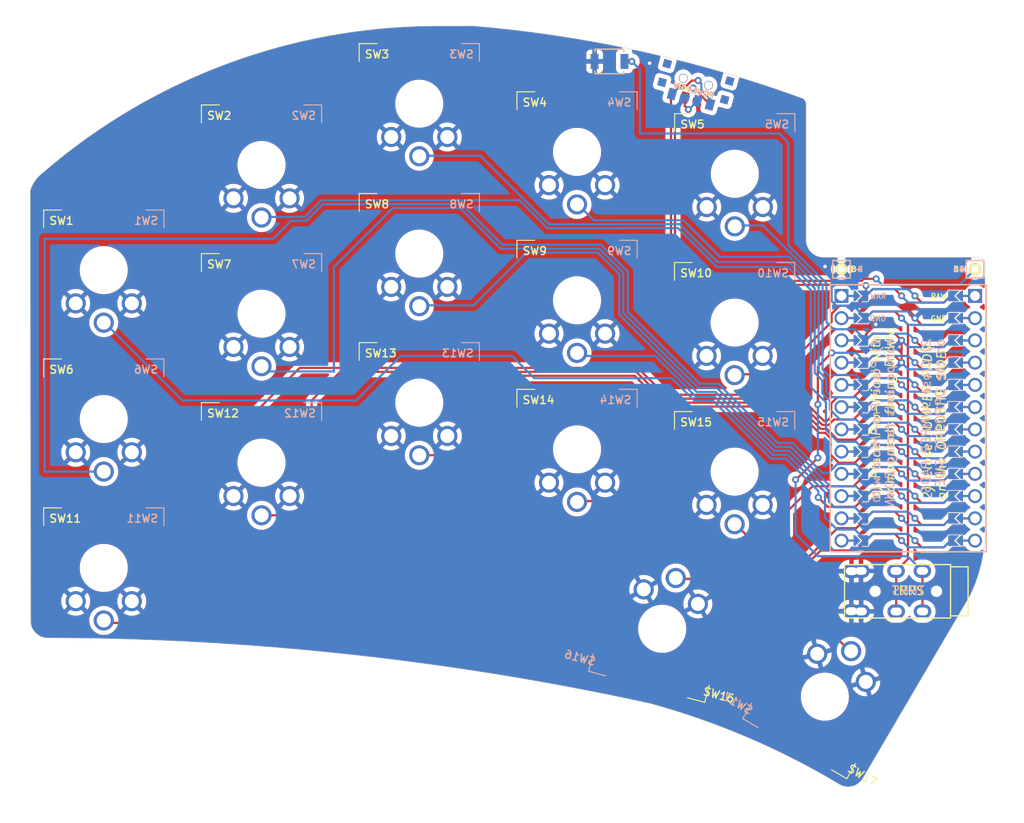
<source format=kicad_pcb>
(kicad_pcb (version 20221018) (generator pcbnew)
  (layers (0 "F.Cu" signal) (31 "B.Cu" signal) (34 "B.Paste" user) (35 "F.Paste" user) (36 "B.SilkS" user "B.Silkscreen") (37 "F.SilkS" user "F.Silkscreen") (38 "B.Mask" user) (39 "F.Mask" user) (44 "Edge.Cuts" user))
  (net 0 "")
  (net 1 "gnd")
  (net 2 "vcc")
  (net 3 "Switch18")
  (net 4 "reset")
  (net 5 "Switch1")
  (net 6 "Switch2")
  (net 7 "Switch3")
  (net 8 "Switch4")
  (net 9 "Switch5")
  (net 10 "Switch6")
  (net 11 "Switch7")
  (net 12 "Switch8")
  (net 13 "Switch9")
  (net 14 "Switch10")
  (net 15 "Switch11")
  (net 16 "Switch12")
  (net 17 "Switch13")
  (net 18 "Switch14")
  (net 19 "Switch15")
  (net 20 "Switch16")
  (net 21 "Switch17")
  (net 22 "raw")
  (net 23 "BT+_r")
  (net 24 "Net-(SW_POWERR1-Pad1)")
  (footprint "kbd:1pin_conn" (layer "F.Cu") (at 126.492 45.974)
    (fp_text reference "B+")
    (fp_text value "MountingHole_Pad" hide)
  )
  (footprint "kbd:1pin_conn" (layer "F.Cu") (at 111.252 45.974)
    (fp_text reference "B-")
    (fp_text value "MountingHole_Pad" hide)
  )
  (footprint "Kailh:TRRS-PJ-DPB2" (layer "F.Cu") (at 123.698 82.75 -90)
    (fp_text reference "J2")
    (fp_text value "AudioJack4dpb" hide)
  )
  (footprint "library:SW_PG1350_rev_DPB" (layer "F.Cu") (at 27.08 46.08)
    (fp_text reference "SW1" hide)
    (fp_text value "SW_Push" hide)
  )
  (footprint "library:SW_PG1350_rev_DPB" (layer "F.Cu") (at 45.08 34.08)
    (fp_text reference "SW2" hide)
    (fp_text value "SW_Push" hide)
  )
  (footprint "library:SW_PG1350_rev_DPB" (layer "F.Cu") (at 63.08 27.08)
    (fp_text reference "SW3" hide)
    (fp_text value "SW_Push" hide)
  )
  (footprint "library:SW_PG1350_rev_DPB" (layer "F.Cu") (at 81.08 32.58)
    (fp_text reference "SW4" hide)
    (fp_text value "SW_Push" hide)
  )
  (footprint "library:SW_PG1350_rev_DPB" (layer "F.Cu") (at 99.08 35.08)
    (fp_text reference "SW5" hide)
    (fp_text value "SW_Push" hide)
  )
  (footprint "library:SW_PG1350_rev_DPB" (layer "F.Cu") (at 27.08 63.08)
    (fp_text reference "SW6" hide)
    (fp_text value "SW_Push" hide)
  )
  (footprint "library:SW_PG1350_rev_DPB" (layer "F.Cu") (at 45.08 51.054)
    (fp_text reference "SW7" hide)
    (fp_text value "SW_Push" hide)
  )
  (footprint "library:SW_PG1350_rev_DPB" (layer "F.Cu") (at 63.08 44.196)
    (fp_text reference "SW8" hide)
    (fp_text value "SW_Push" hide)
  )
  (footprint "library:SW_PG1350_rev_DPB" (layer "F.Cu") (at 81.08 49.53)
    (fp_text reference "SW9" hide)
    (fp_text value "SW_Push" hide)
  )
  (footprint "library:SW_PG1350_rev_DPB" (layer "F.Cu") (at 99.06 52.07)
    (fp_text reference "SW10" hide)
    (fp_text value "SW_Push" hide)
  )
  (footprint "library:SW_PG1350_rev_DPB" (layer "F.Cu") (at 27.08 80.08)
    (fp_text reference "SW11" hide)
    (fp_text value "SW_Push" hide)
  )
  (footprint "library:SW_PG1350_rev_DPB" (layer "F.Cu") (at 45.08 68.072)
    (fp_text reference "SW12" hide)
    (fp_text value "SW_Push" hide)
  )
  (footprint "library:SW_PG1350_rev_DPB" (layer "F.Cu") (at 63.08 61.214)
    (fp_text reference "SW13" hide)
    (fp_text value "SW_Push" hide)
  )
  (footprint "library:SW_PG1350_rev_DPB" (layer "F.Cu") (at 81.08 66.548)
    (fp_text reference "SW14" hide)
    (fp_text value "SW_Push" hide)
  )
  (footprint "library:SW_PG1350_rev_DPB" (layer "F.Cu") (at 99.06 69.088)
    (fp_text reference "SW15" hide)
    (fp_text value "SW_Push" hide)
  )
  (footprint "library:SW_PG1350_rev_DPB" (layer "F.Cu") (at 109.356 94.78 150)
    (fp_text reference "SW17" hide)
    (fp_text value "SW_Push" hide)
  )
  (footprint "library:SW_PG1350_rev_DPB" (layer "F.Cu") (at 90.796 87.03 165)
    (fp_text reference "SW16" hide)
    (fp_text value "SW_Push" hide)
  )
  (footprint "* duckyb-collection:ProMicro_jumpers_facedown" (layer "F.Cu") (at 118.872 62.992 -90)
    (fp_text reference "U1" hide)
    (fp_text value "ProMicro-kbd" hide)
  )
  (footprint "Kailh:SPDT_C128955" (layer "F.Cu") (at 94.6404 24.570573 -15.5)
    (fp_text reference "POWER SW")
    (fp_text value "SW_SPDT")
  )
  (footprint "* duckyb-collection:Tactile-Switch_SMT" (layer "F.Cu") (at 84.7852 22.2504)
    (fp_text reference "RSW2" hide)
    (fp_text value "SW_Push")
  )
  (gr_arc (start 126.885 44.612) (mid 127.41533 44.83167) (end 127.635 45.362) (stroke (width 0.05)) (layer "Edge.Cuts"))
  (gr_line (start 18.690055 36.976702) (end 18.730254 86.245024) (stroke (width 0.05)) (layer "Edge.Cuts"))
  (gr_arc (start 106.78729 26.456889) (mid 107.104079 26.733645) (end 107.222045 27.137419) (stroke (width 0.05)) (layer "Edge.Cuts"))
  (gr_arc (start 89.409134 95.561946) (mid 100.486488 99.421597) (end 110.938 104.748) (stroke (width 0.05)) (layer "Edge.Cuts"))
  (gr_arc (start 18.690055 36.976702) (mid 19.246929 35.858882) (end 20.117 34.963) (stroke (width 0.05)) (layer "Edge.Cuts"))
  (gr_arc (start 109.257002 44.614917) (mid 107.844534 44.065716) (end 107.222001 42.683999) (stroke (width 0.05)) (layer "Edge.Cuts"))
  (gr_arc (start 69.291777 18.200679) (mid 88.315879 21.073764) (end 106.78729 26.456889) (stroke (width 0.05)) (layer "Edge.Cuts"))
  (gr_arc (start 113.67 104.149265) (mid 112.428995 105.01898) (end 110.938 104.748) (stroke (width 0.05)) (layer "Edge.Cuts"))
  (gr_arc (start 20.768 88.081119) (mid 55.288442 89.987554) (end 89.409134 95.561946) (stroke (width 0.05)) (layer "Edge.Cuts"))
  (gr_arc (start 20.768 88.081119) (mid 19.380573 87.572102) (end 18.730254 86.245024) (stroke (width 0.05)) (layer "Edge.Cuts"))
  (gr_line (start 127.635 45.362) (end 127.635 62.484) (stroke (width 0.05)) (layer "Edge.Cuts"))
  (gr_line (start 107.222001 42.683999) (end 107.222045 27.137419) (stroke (width 0.05)) (layer "Edge.Cuts"))
  (gr_line (start 109.257002 44.614917) (end 126.885 44.612) (stroke (width 0.05)) (layer "Edge.Cuts"))
  (gr_arc (start 20.117 34.963) (mid 41.093524 22.531455) (end 65.090389 18.206139) (stroke (width 0.05)) (layer "Edge.Cuts"))
  (gr_line (start 125.888304 83.312) (end 113.67 104.149265) (stroke (width 0.05)) (layer "Edge.Cuts"))
  (gr_arc (start 127.635 75.98785) (mid 127.177913 79.749197) (end 125.888304 83.312) (stroke (width 0.05)) (layer "Edge.Cuts"))
  (gr_line (start 69.291777 18.200679) (end 65.090389 18.206139) (stroke (width 0.05)) (layer "Edge.Cuts"))
  (gr_line (start 127.635 62.484) (end 127.647 69.85) (stroke (width 0.05)) (layer "Edge.Cuts"))
  (gr_line (start 127.647 69.85) (end 127.635 75.98785) (stroke (width 0.05)) (layer "Edge.Cuts"))
  (gr_text "RAW" (at 116.40097 49.0728) (layer "B.SilkS") (effects (font (size 0.6 0.6) (thickness 0.12)) (justify left mirror)))
  (gr_text "B-" (at 113.03 45.974) (layer "B.SilkS") (effects (font (size 0.6 0.6)) (justify mirror)))
  (gr_text "2) Close JUMPER PADS\non the OPPOSITE SIDE" (at 121.7168 53.7464 90) (layer "B.SilkS") (effects (font (size 1 1) (thickness 0.15) italic) (justify left mirror)))
  (gr_text "GND" (at 116.40097 51.6128) (layer "B.SilkS") (effects (font (size 0.6 0.6) (thickness 0.12)) (justify left mirror)))
  (gr_text "1) Place Pro-Micro with\ncomponents facing DOWN" (at 115.9764 53.7464 90) (layer "B.SilkS") (effects (font (size 1 1) (thickness 0.15) italic) (justify left mirror)))
  (gr_text "B+" (at 124.587 45.974) (layer "B.SilkS") (effects (font (size 0.6 0.6)) (justify mirror)))
  (gr_text "1) Place Pro-Micro with\ncomponents facing DOWN" (at 115.9764 72.4408 90) (layer "F.SilkS") (effects (font (size 1 1) (thickness 0.15) italic) (justify left)))
  (gr_text "GND" (at 121.3612 51.6128) (layer "F.SilkS") (effects (font (size 0.6 0.6) (thickness 0.12)) (justify left)))
  (gr_text "2) Close JUMPER PADS\non the OPPOSITE SIDE" (at 121.8692 72.4408 90) (layer "F.SilkS") (effects (font (size 1 1) (thickness 0.15) italic) (justify left)))
  (gr_text "TRRS" (at 118.872 82.677) (layer "F.SilkS") (effects (font (size 1 1))))
  (gr_text "RAW" (at 121.3612 49.0728) (layer "F.SilkS") (effects (font (size 0.6 0.6) (thickness 0.12)) (justify left)))
  (segment (start 114.046 53.3908) (end 115.1636 52.2732) (width 0.25) (layer "F.Cu") (net 1))
  (segment (start 118.11 56.642) (end 118.11 54.102) (width 0.25) (layer "F.Cu") (net 1))
  (segment (start 114.046 54.102) (end 114.046 53.3908) (width 0.25) (layer "F.Cu") (net 1))
  (via (at 115.1636 52.2732) (size 0.8) (drill 0.4) (layers "F.Cu" "B.Cu") (net 1))
  (via (at 109.3724 45.6692) (size 0.8) (drill 0.4) (layers "F.Cu" "B.Cu") (net 1))
  (via (at 89.3572 22.4536) (size 0.8) (drill 0.4) (layers "F.Cu" "B.Cu") (net 1))
  (segment (start 112.630511 50.146511) (end 110.661711 50.146511) (width 0.25) (layer "B.Cu") (net 1))
  (segment (start 110.127489 47.098511) (end 111.252 45.974) (width 0.25) (layer "B.Cu") (net 1))
  (segment (start 114.7572 52.2732) (end 114.046 51.562) (width 0.25) (layer "B.Cu") (net 1))
  (segment (start 110.661711 50.146511) (end 110.127489 49.612289) (width 0.25) (layer "B.Cu") (net 1))
  (segment (start 114.046 51.562) (end 112.630511 50.146511) (width 0.25) (layer "B.Cu") (net 1))
  (segment (start 115.1636 52.2732) (end 114.7572 52.2732) (width 0.25) (layer "B.Cu") (net 1))
  (segment (start 110.127489 49.612289) (end 110.127489 47.098511) (width 0.25) (layer "B.Cu") (net 1))
  (segment (start 120.498 85.05) (end 120.498 80.44) (width 0.25) (layer "F.Cu") (net 2))
  (segment (start 108.5596 57.0992) (end 108.5596 61.4172) (width 0.25) (layer "F.Cu") (net 2))
  (segment (start 106.0196 70.0024) (end 106.0704 70.0024) (width 0.25) (layer "F.Cu") (net 2))
  (segment (start 106.0704 70.0024) (end 108.5596 67.5132) (width 0.25) (layer "F.Cu") (net 2))
  (segment (start 120.498 80.44) (end 120.478 80.42) (width 0.25) (layer "F.Cu") (net 2))
  (segment (start 110.1344 55.5244) (end 108.5596 57.0992) (width 0.25) (layer "F.Cu") (net 2))
  (via (at 106.0196 70.0024) (size 0.8) (drill 0.4) (layers "F.Cu" "B.Cu") (net 2))
  (via (at 110.1344 55.5244) (size 0.8) (drill 0.4) (layers "F.Cu" "B.Cu") (net 2))
  (via (at 108.5596 67.5132) (size 0.8) (drill 0.4) (layers "F.Cu" "B.Cu") (net 2))
  (via (at 108.5596 61.4172) (size 0.8) (drill 0.4) (layers "F.Cu" "B.Cu") (net 2))
  (segment (start 108.5596 67.5132) (end 108.5596 61.4172) (width 0.25) (layer "B.Cu") (net 2))
  (segment (start 106.0196 70.0024) (end 106.0196 76.2) (width 0.25) (layer "B.Cu") (net 2))
  (segment (start 106.0196 76.2) (end 108.5596 78.74) (width 0.25) (layer "B.Cu") (net 2))
  (segment (start 110.141311 55.517489) (end 112.921489 55.517489) (width 0.25) (layer "B.Cu") (net 2))
  (segment (start 112.921489 55.517489) (end 114.046 56.642) (width 0.25) (layer "B.Cu") (net 2))
  (segment (start 110.1344 55.5244) (end 110.141311 55.517489) (width 0.25) (layer "B.Cu") (net 2))
  (segment (start 108.5596 78.74) (end 118.798 78.74) (width 0.25) (layer "B.Cu") (net 2))
  (segment (start 118.798 78.74) (end 120.478 80.42) (width 0.25) (layer "B.Cu") (net 2))
  (segment (start 118.11 51.562) (end 118.834511 52.286511) (width 0.25) (layer "F.Cu") (net 3))
  (segment (start 118.834511 52.286511) (end 118.834511 79.063489) (width 0.25) (layer "F.Cu") (net 3))
  (segment (start 117.498 80.44) (end 117.478 80.42) (width 0.25) (layer "F.Cu") (net 3))
  (segment (start 118.834511 79.063489) (end 117.478 80.42) (width 0.25) (layer "F.Cu") (net 3))
  (segment (start 117.498 85.05) (end 117.498 80.44) (width 0.25) (layer "F.Cu") (net 3))
  (segment (start 87.3252 22.2504) (end 86.4852 22.2504) (width 0.25) (layer "F.Cu") (net 4))
  (via (at 87.3252 22.2504) (size 0.8) (drill 0.4) (layers "F.Cu" "B.Cu") (net 4))
  (segment (start 109.54488 52.03928) (end 110.3376 52.832) (width 0.25) (layer "B.Cu") (net 4))
  (segment (start 86.4852 22.2504) (end 87.3252 22.2504) (width 0.25) (layer "B.Cu") (net 4))
  (segment (start 110.3376 52.832) (end 112.776 52.832) (width 0.25) (layer "B.Cu") (net 4))
  (segment (start 87.3252 22.2504) (end 88.263753 23.188953) (width 0.25) (layer "B.Cu") (net 4))
  (segment (start 112.776 52.832) (end 114.046 54.102) (width 0.25) (layer "B.Cu") (net 4))
  (segment (start 88.263753 23.188953) (end 88.263753 30.48) (width 0.25) (layer "B.Cu") (net 4))
  (segment (start 88.263753 30.48) (end 104.14 30.48) (width 0.25) (layer "B.Cu") (net 4))
  (segment (start 105.180403 43.229089) (end 109.54488 47.593566) (width 0.25) (layer "B.Cu") (net 4))
  (segment (start 104.14 30.48) (end 105.180403 31.520403) (width 0.25) (layer "B.Cu") (net 4))
  (segment (start 109.54488 47.593566) (end 109.54488 52.03928) (width 0.25) (layer "B.Cu") (net 4))
  (segment (start 105.180403 31.520403) (end 105.180403 43.229089) (width 0.25) (layer "B.Cu") (net 4))
  (segment (start 108.6104 72.0344) (end 109.6772 73.1012) (width 0.25) (layer "F.Cu") (net 5))
  (segment (start 112.8268 73.1012) (end 114.046 71.882) (width 0.25) (layer "F.Cu") (net 5))
  (segment (start 109.6772 73.1012) (end 112.8268 73.1012) (width 0.25) (layer "F.Cu") (net 5))
  (via (at 108.6104 72.0344) (size 0.8) (drill 0.4) (layers "F.Cu" "B.Cu") (net 5))
  (segment (start 96.5708 60.96) (end 94.4372 60.96) (width 0.25) (layer "B.Cu") (net 5))
  (segment (start 73.66 55.88) (end 60.96 55.88) (width 0.25) (layer "B.Cu") (net 5))
  (segment (start 94.4372 60.96) (end 91.8972 58.42) (width 0.25) (layer "B.Cu") (net 5))
  (segment (start 55.88 60.96) (end 36.06 60.96) (width 0.25) (layer "B.Cu") (net 5))
  (segment (start 60.96 55.88) (end 55.88 60.96) (width 0.25) (layer "B.Cu") (net 5))
  (segment (start 108.6104 71.299954) (end 104.925246 67.6148) (width 0.25) (layer "B.Cu") (net 5))
  (segment (start 108.6104 72.0344) (end 108.6104 71.299954) (width 0.25) (layer "B.Cu") (net 5))
  (segment (start 103.2256 67.6148) (end 96.5708 60.96) (width 0.25) (layer "B.Cu") (net 5))
  (segment (start 36.06 60.96) (end 27.08 51.98) (width 0.25) (layer "B.Cu") (net 5))
  (segment (start 76.2 58.42) (end 73.66 55.88) (width 0.25) (layer "B.Cu") (net 5))
  (segment (start 91.8972 58.42) (end 76.2 58.42) (width 0.25) (layer "B.Cu") (net 5))
  (segment (start 104.925246 67.6148) (end 103.2256 67.6148) (width 0.25) (layer "B.Cu") (net 5))
  (segment (start 109.48168 61.172316) (end 109.48168 64.32048) (width 0.25) (layer "B.Cu") (net 6))
  (segment (start 105.127768 45.72) (end 107.7468 48.339032) (width 0.25) (layer "B.Cu") (net 6))
  (segment (start 86.109397 41.2932) (end 86.116597 41.286) (width 0.25) (layer "B.Cu") (net 6))
  (segment (start 45.103111 40.003111) (end 50.003445 40.003111) (width 0.25) (layer "B.Cu") (net 6))
  (segment (start 86.116597 41.286) (end 92.602645 41.286) (width 0.25) (layer "B.Cu") (net 6))
  (segment (start 50.003445 40.003111) (end 51.906556 38.1) (width 0.25) (layer "B.Cu") (net 6))
  (segment (start 112.921489 65.677489) (end 114.046 66.802) (width 0.25) (layer "B.Cu") (net 6))
  (segment (start 110.838689 65.677489) (end 112.921489 65.677489) (width 0.25) (layer "B.Cu") (net 6))
  (segment (start 77.690004 41.2932) (end 86.109397 41.2932) (width 0.25) (layer "B.Cu") (net 6))
  (segment (start 97.036645 45.72) (end 105.127768 45.72) (width 0.25) (layer "B.Cu") (net 6))
  (segment (start 107.7468 59.437436) (end 109.48168 61.172316) (width 0.25) (layer "B.Cu") (net 6))
  (segment (start 51.906556 38.1) (end 74.496804 38.1) (width 0.25) (layer "B.Cu") (net 6))
  (segment (start 109.48168 64.32048) (end 110.838689 65.677489) (width 0.25) (layer "B.Cu") (net 6))
  (segment (start 107.7468 48.339032) (end 107.7468 59.437436) (width 0.25) (layer "B.Cu") (net 6))
  (segment (start 92.602645 41.286) (end 97.036645 45.72) (width 0.25) (layer "B.Cu") (net 6))
  (segment (start 45.08 39.98) (end 45.103111 40.003111) (width 0.25) (layer "B.Cu") (net 6))
  (segment (start 74.496804 38.1) (end 77.690004 41.2932) (width 0.25) (layer "B.Cu") (net 6))
  (segment (start 105.194029 45.149865) (end 108.19632 48.152156) (width 0.25) (layer "B.Cu") (net 7))
  (segment (start 109.07528 60.130198) (end 109.9312 60.986118) (width 0.25) (layer "B.Cu") (net 7))
  (segment (start 63.12 33.02) (end 70.0532 33.02) (width 0.25) (layer "B.Cu") (net 7))
  (segment (start 70.0532 33.02) (end 77.8764 40.8432) (width 0.25) (layer "B.Cu") (net 7))
  (segment (start 108.19632 48.152156) (end 108.19632 57.804156) (width 0.25) (layer "B.Cu") (net 7))
  (segment (start 63.08 32.98) (end 63.12 33.02) (width 0.25) (layer "B.Cu") (net 7))
  (segment (start 108.19632 57.804156) (end 109.07528 58.683116) (width 0.25) (layer "B.Cu") (net 7))
  (segment (start 77.8764 40.8432) (end 85.923001 40.8432) (width 0.25) (layer "B.Cu") (net 7))
  (segment (start 109.9312 61.9915) (end 111.077189 63.137489) (width 0.25) (layer "B.Cu") (net 7))
  (segment (start 109.9312 60.986118) (end 109.9312 61.9915) (width 0.25) (layer "B.Cu") (net 7))
  (segment (start 97.102906 45.149865) (end 105.194029 45.149865) (width 0.25) (layer "B.Cu") (net 7))
  (segment (start 111.077189 63.137489) (end 112.921489 63.137489) (width 0.25) (layer "B.Cu") (net 7))
  (segment (start 112.921489 63.137489) (end 114.046 64.262) (width 0.25) (layer "B.Cu") (net 7))
  (segment (start 92.789041 40.836) (end 97.102906 45.149865) (width 0.25) (layer "B.Cu") (net 7))
  (segment (start 85.923001 40.8432) (end 85.930201 40.836) (width 0.25) (layer "B.Cu") (net 7))
  (segment (start 85.930201 40.836) (end 92.789041 40.836) (width 0.25) (layer "B.Cu") (net 7))
  (segment (start 109.07528 58.683116) (end 109.07528 60.130198) (width 0.25) (layer "B.Cu") (net 7))
  (segment (start 110.178289 60.597489) (end 112.921489 60.597489) (width 0.25) (layer "B.Cu") (net 8))
  (segment (start 109.5248 58.496918) (end 109.5248 59.944) (width 0.25) (layer "B.Cu") (net 8))
  (segment (start 112.921489 60.597489) (end 114.046 61.722) (width 0.25) (layer "B.Cu") (net 8))
  (segment (start 109.5248 59.944) (end 110.178289 60.597489) (width 0.25) (layer "B.Cu") (net 8))
  (segment (start 97.386942 44.554942) (end 105.234824 44.554942) (width 0.25) (layer "B.Cu") (net 8))
  (segment (start 105.234824 44.554942) (end 108.64584 47.965958) (width 0.25) (layer "B.Cu") (net 8))
  (segment (start 93.218 40.386) (end 97.386942 44.554942) (width 0.25) (layer "B.Cu") (net 8))
  (segment (start 82.986 40.386) (end 93.218 40.386) (width 0.25) (layer "B.Cu") (net 8))
  (segment (start 108.64584 47.965958) (end 108.64584 57.617958) (width 0.25) (layer "B.Cu") (net 8))
  (segment (start 81.08 38.48) (end 82.986 40.386) (width 0.25) (layer "B.Cu") (net 8))
  (segment (start 108.64584 57.617958) (end 109.5248 58.496918) (width 0.25) (layer "B.Cu") (net 8))
  (segment (start 102.2956 40.98) (end 109.09536 47.779763) (width 0.25) (layer "B.Cu") (net 9))
  (segment (start 109.728 58.0644) (end 110.7793 58.0644) (width 0.25) (layer "B.Cu") (net 9))
  (segment (start 110.7793 58.0644) (end 110.786211 58.057489) (width 0.25) (layer "B.Cu") (net 9))
  (segment (start 110.786211 58.057489) (end 112.921489 58.057489) (width 0.25) (layer "B.Cu") (net 9))
  (segment (start 109.09536 57.43176) (end 109.728 58.0644) (width 0.25) (layer "B.Cu") (net 9))
  (segment (start 99.08 40.98) (end 102.2956 40.98) (width 0.25) (layer "B.Cu") (net 9))
  (segment (start 112.921489 58.057489) (end 114.046 59.182) (width 0.25) (layer "B.Cu") (net 9))
  (segment (start 109.09536 47.779763) (end 109.09536 57.43176) (width 0.25) (layer "B.Cu") (net 9))
  (segment (start 105.670037 65.81672) (end 109.093716 69.2404) (width 0.25) (layer "B.Cu") (net 10))
  (segment (start 109.7633 69.2404) (end 110.786211 68.217489) (width 0.25) (layer "B.Cu") (net 10))
  (segment (start 27.08 69.08) (end 20.32 69.08) (width 0.25) (layer "B.Cu") (net 10))
  (segment (start 52.092952 38.55) (end 67.9378 38.55) (width 0.25) (layer "B.Cu") (net 10))
  (segment (start 48.446889 40.453111) (end 50.189841 40.453111) (width 0.25) (layer "B.Cu") (net 10))
  (segment (start 86.87556 50.855488) (end 95.081935 59.061863) (width 0.25) (layer "B.Cu") (net 10))
  (segment (start 72.5678 43.18) (end 83.80464 43.18) (width 0.25) (layer "B.Cu") (net 10))
  (segment (start 46.398213 42.501787) (end 48.446889 40.453111) (width 0.25) (layer "B.Cu") (net 10))
  (segment (start 20.32 42.501787) (end 46.398213 42.501787) (width 0.25) (layer "B.Cu") (net 10))
  (segment (start 110.786211 68.217489) (end 112.921489 68.217489) (width 0.25) (layer "B.Cu") (net 10))
  (segment (start 109.093716 69.2404) (end 109.7633 69.2404) (width 0.25) (layer "B.Cu") (net 10))
  (segment (start 95.081935 59.061863) (end 97.215535 59.061863) (width 0.25) (layer "B.Cu") (net 10))
  (segment (start 20.32 69.08) (end 20.32 42.501787) (width 0.25) (layer "B.Cu") (net 10))
  (segment (start 86.87556 46.25092) (end 86.87556 50.855488) (width 0.25) (layer "B.Cu") (net 10))
  (segment (start 83.80464 43.18) (end 86.87556 46.25092) (width 0.25) (layer "B.Cu") (net 10))
  (segment (start 112.921489 68.217489) (end 114.046 69.342) (width 0.25) (layer "B.Cu") (net 10))
  (segment (start 103.970392 65.81672) (end 105.670037 65.81672) (width 0.25) (layer "B.Cu") (net 10))
  (segment (start 67.9378 38.55) (end 72.5678 43.18) (width 0.25) (layer "B.Cu") (net 10))
  (segment (start 50.189841 40.453111) (end 52.092952 38.55) (width 0.25) (layer "B.Cu") (net 10))
  (segment (start 97.215535 59.061863) (end 103.970392 65.81672) (width 0.25) (layer "B.Cu") (net 10))
  (segment (start 94.896217 59.511863) (end 97.029817 59.511863) (width 0.25) (layer "B.Cu") (net 11))
  (segment (start 53.34 45.72) (end 60.06 39) (width 0.25) (layer "B.Cu") (net 11))
  (segment (start 109.975089 70.757489) (end 112.921489 70.757489) (width 0.25) (layer "B.Cu") (net 11))
  (segment (start 53.34 57.648734) (end 53.34 45.72) (width 0.25) (layer "B.Cu") (net 11))
  (segment (start 86.36 50.975646) (end 94.896217 59.511863) (width 0.25) (layer "B.Cu") (net 11))
  (segment (start 45.674734 57.648734) (end 53.34 57.648734) (width 0.25) (layer "B.Cu") (net 11))
  (segment (start 112.921489 70.757489) (end 114.046 71.882) (width 0.25) (layer "B.Cu") (net 11))
  (segment (start 86.36 46.371756) (end 86.36 50.975646) (width 0.25) (layer "B.Cu") (net 11))
  (segment (start 72.381404 43.63) (end 83.618244 43.63) (width 0.25) (layer "B.Cu") (net 11))
  (segment (start 83.618244 43.63) (end 86.36 46.371756) (width 0.25) (layer "B.Cu") (net 11))
  (segment (start 105.483839 66.26624) (end 109.975089 70.757489) (width 0.25) (layer "B.Cu") (net 11))
  (segment (start 45.08 56.954) (end 45.08 57.054) (width 0.25) (layer "B.Cu") (net 11))
  (segment (start 67.751404 39) (end 72.381404 43.63) (width 0.25) (layer "B.Cu") (net 11))
  (segment (start 97.029817 59.511863) (end 103.784194 66.26624) (width 0.25) (layer "B.Cu") (net 11))
  (segment (start 103.784194 66.26624) (end 105.483839 66.26624) (width 0.25) (layer "B.Cu") (net 11))
  (segment (start 60.06 39) (end 67.751404 39) (width 0.25) (layer "B.Cu") (net 11))
  (segment (start 45.08 57.054) (end 45.674734 57.648734) (width 0.25) (layer "B.Cu") (net 11))
  (segment (start 69.284 50.096) (end 63.08 50.096) (width 0.25) (layer "B.Cu") (net 12))
  (segment (start 103.597996 66.71576) (end 96.865278 59.983042) (width 0.25) (layer "B.Cu") (net 12))
  (segment (start 85.91 51.162042) (end 85.91 46.558152) (width 0.25) (layer "B.Cu") (net 12))
  (segment (start 96.865278 59.983042) (end 94.731678 59.983042) (width 0.25) (layer "B.Cu") (net 12))
  (segment (start 86.173604 51.425646) (end 85.91 51.162042) (width 0.25) (layer "B.Cu") (net 12))
  (segment (start 86.174282 51.425646) (end 86.173604 51.425646) (width 0.25) (layer "B.Cu") (net 12))
  (segment (start 83.431848 44.08) (end 75.3 44.08) (width 0.25) (layer "B.Cu") (net 12))
  (segment (start 85.91 46.558152) (end 83.431848 44.08) (width 0.25) (layer "B.Cu") (net 12))
  (segment (start 109.82192 71.240039) (end 105.297641 66.71576) (width 0.25) (layer "B.Cu") (net 12))
  (segment (start 112.776 73.152) (end 110.4392 73.152) (width 0.25) (layer "B.Cu") (net 12))
  (segment (start 75.3 44.08) (end 69.284 50.096) (width 0.25) (layer "B.Cu") (net 12))
  (segment (start 109.82192 72.53472) (end 109.82192 71.240039) (width 0.25) (layer "B.Cu") (net 12))
  (segment (start 105.297641 66.71576) (end 103.597996 66.71576) (width 0.25) (layer "B.Cu") (net 12))
  (segment (start 110.4392 73.152) (end 109.82192 72.53472) (width 0.25) (layer "B.Cu") (net 12))
  (segment (start 114.046 74.422) (end 112.776 73.152) (width 0.25) (layer "B.Cu") (net 12))
  (segment (start 94.731678 59.983042) (end 86.174282 51.425646) (width 0.25) (layer "B.Cu") (net 12))
  (segment (start 94.609973 60.497055) (end 96.743573 60.497055) (width 0.25) (layer "B.Cu") (net 13))
  (segment (start 81.53 55.88) (end 89.992918 55.88) (width 0.25) (layer "B.Cu") (net 13))
  (segment (start 109.3724 71.426236) (end 109.3724 74.3204) (width 0.25) (layer "B.Cu") (net 13))
  (segment (start 112.776 75.692) (end 114.046 76.962) (width 0.25) (layer "B.Cu") (net 13))
  (segment (start 103.411798 67.16528) (end 105.111444 67.16528) (width 0.25) (layer "B.Cu") (net 13))
  (segment (start 105.111444 67.16528) (end 109.3724 71.426236) (width 0.25) (layer "B.Cu") (net 13))
  (segment (start 81.08 55.43) (end 81.53 55.88) (width 0.25) (layer "B.Cu") (net 13))
  (segment (start 109.3724 74.3204) (end 110.744 75.692) (width 0.25) (layer "B.Cu") (net 13))
  (segment (start 110.744 75.692) (end 112.776 75.692) (width 0.25) (layer "B.Cu") (net 13))
  (segment (start 89.992918 55.88) (end 94.609973 60.497055) (width 0.25) (layer "B.Cu") (net 13))
  (segment (start 96.743573 60.497055) (end 103.411798 67.16528) (width 0.25) (layer "B.Cu") (net 13))
  (segment (start 112.921489 50.146511) (end 114.046 49.022) (width 0.25) (layer "F.Cu") (net 14))
  (segment (start 110.127489 51.060911) (end 111.041889 50.146511) (width 0.25) (layer "F.Cu") (net 14))
  (segment (start 104.1328 57.97) (end 110.127489 51.975311) (width 0.25) (layer "F.Cu") (net 14))
  (segment (start 111.041889 50.146511) (end 112.921489 50.146511) (width 0.25) (layer "F.Cu") (net 14))
  (segment (start 110.127489 51.975311) (end 110.127489 51.060911) (width 0.25) (layer "F.Cu") (net 14))
  (segment (start 99.06 57.97) (end 104.1328 57.97) (width 0.25) (layer "F.Cu") (net 14))
  (segment (start 27.46 86.36) (end 33.02 86.36) (width 0.25) (layer "F.Cu") (net 15))
  (segment (start 106.257265 60.306511) (end 109.255234 63.30448) (width 0.25) (layer "F.Cu") (net 15))
  (segment (start 110.0836 62.813482) (end 110.0836 61.3001) (width 0.25) (layer "F.Cu") (net 15))
  (segment (start 91.088481 60.306511) (end 106.257265 60.306511) (width 0.25) (layer "F.Cu") (net 15))
  (segment (start 110.0836 61.3001) (end 110.786211 60.597489) (width 0.25) (layer "F.Cu") (net 15))
  (segment (start 49.440345 57.239655) (end 88.021625 57.239655) (width 0.25) (layer "F.Cu") (net 15))
  (segment (start 109.255234 63.30448) (end 109.592602 63.30448) (width 0.25) (layer "F.Cu") (net 15))
  (segment (start 110.786211 60.597489) (end 112.630511 60.597489) (width 0.25) (layer "F.Cu") (net 15))
  (segment (start 88.021625 57.239655) (end 91.088481 60.306511) (width 0.25) (layer "F.Cu") (net 15))
  (segment (start 27.08 85.98) (end 27.46 86.36) (width 0.25) (layer "F.Cu") (net 15))
  (segment (start 109.592602 63.30448) (end 110.0836 62.813482) (width 0.25) (layer "F.Cu") (net 15))
  (segment (start 33.02 86.36) (end 33.02 73.66) (width 0.25) (layer "F.Cu") (net 15))
  (segment (start 33.02 73.66) (end 49.440345 57.239655) (width 0.25) (layer "F.Cu") (net 15))
  (segment (start 112.630511 60.597489) (end 114.046 59.182) (width 0.25) (layer "F.Cu") (net 15))
  (segment (start 50.8 60.96) (end 54.070345 57.689655) (width 0.25) (layer "F.Cu") (net 16))
  (segment (start 45.08 74.072) (end 50.388 74.072) (width 0.25) (layer "F.Cu") (net 16))
  (segment (start 50.8 73.66) (end 50.8 60.96) (width 0.25) (layer "F.Cu") (net 16))
  (segment (start 90.902284 60.756031) (end 106.071067 60.756031) (width 0.25) (layer "F.Cu") (net 16))
  (segment (start 87.835908 57.689655) (end 90.902284 60.756031) (width 0.25) (layer "F.Cu") (net 16))
  (segment (start 109.7788 63.754) (end 110.395311 63.137489) (width 0.25) (layer "F.Cu") (net 16))
  (segment (start 50.388 74.072) (end 50.8 73.66) (width 0.25) (layer "F.Cu") (net 16))
  (segment (start 106.071067 60.756031) (end 109.069036 63.754) (width 0.25) (layer "F.Cu") (net 16))
  (segment (start 110.395311 63.137489) (end 112.630511 63.137489) (width 0.25) (layer "F.Cu") (net 16))
  (segment (start 109.069036 63.754) (end 109.7788 63.754) (width 0.25) (layer "F.Cu") (net 16))
  (segment (start 112.630511 63.137489) (end 114.046 61.722) (width 0.25) (layer "F.Cu") (net 16))
  (segment (start 54.070345 57.689655) (end 87.835908 57.689655) (width 0.25) (layer "F.Cu") (net 16))
  (segment (start 112.8776 65.4304) (end 114.046 64.262) (width 0.25) (layer "F.Cu") (net 17))
  (segment (start 90.716086 61.205551) (end 105.884869 61.205551) (width 0.25) (layer "F.Cu") (net 17))
  (segment (start 68.58 59.779864) (end 70.220209 58.139655) (width 0.25) (layer "F.Cu") (net 17))
  (segment (start 108.882839 64.20352) (end 109.56792 64.20352) (width 0.25) (layer "F.Cu") (net 17))
  (segment (start 68.58 66.04) (end 68.58 59.779864) (width 0.25) (layer "F.Cu") (net 17))
  (segment (start 63.08 67.214) (end 67.406 67.214) (width 0.25) (layer "F.Cu") (net 17))
  (segment (start 110.7948 65.4304) (end 112.8776 65.4304) (width 0.25) (layer "F.Cu") (net 17))
  (segment (start 109.56792 64.20352) (end 110.7948 65.4304) (width 0.25) (layer "F.Cu") (net 17))
  (segment (start 67.406 67.214) (end 68.58 66.04) (width 0.25) (layer "F.Cu") (net 17))
  (segment (start 87.65019 58.139655) (end 90.716086 61.205551) (width 0.25) (layer "F.Cu") (net 17))
  (segment (start 105.884869 61.205551) (end 108.882839 64.20352) (width 0.25) (layer "F.Cu") (net 17))
  (segment (start 70.220209 58.139655) (end 87.65019 58.139655) (width 0.25) (layer "F.Cu") (net 17))
  (segment (start 81.08 72.448) (end 87.572 72.448) (width 0.25) (layer "F.Cu") (net 18))
  (segment (start 112.776 68.072) (end 114.046 66.802) (width 0.25) (layer "F.Cu") (net 18))
  (segment (start 88.9 61.655071) (end 105.698671 61.655071) (width 0.25) (layer "F.Cu") (net 18))
  (segment (start 87.572 72.448) (end 88.9 71.12) (width 0.25) (layer "F.Cu") (net 18))
  (segment (start 108.696642 64.65304) (end 109.381722 64.65304) (width 0.25) (layer "F.Cu") (net 18))
  (segment (start 88.9 71.12) (end 88.9 61.655071) (width 0.25) (layer "F.Cu") (net 18))
  (segment (start 109.982 67.1223) (end 110.9317 68.072) (width 0.25) (layer "F.Cu") (net 18))
  (segment (start 109.982 65.253318) (end 109.982 67.1223) (width 0.25) (layer "F.Cu") (net 18))
  (segment (start 105.698671 61.655071) (end 108.696642 64.65304) (width 0.25) (layer "F.Cu") (net 18))
  (segment (start 110.9317 68.072) (end 112.776 68.072) (width 0.25) (layer "F.Cu") (net 18))
  (segment (start 109.381722 64.65304) (end 109.982 65.253318) (width 0.25) (layer "F.Cu") (net 18))
  (segment (start 107.952259 70.757489) (end 112.630511 70.757489) (width 0.25) (layer "F.Cu") (net 19))
  (segment (start 105.09745 76.2) (end 105.09745 73.612298) (width 0.25) (layer "F.Cu") (net 19))
  (segment (start 100.272 76.2) (end 105.09745 76.2) (width 0.25) (layer "F.Cu") (net 19))
  (segment (start 99.06 74.988) (end 100.272 76.2) (width 0.25) (layer "F.Cu") (net 19))
  (segment (start 112.630511 70.757489) (end 114.046 69.342) (width 0.25) (layer "F.Cu") (net 19))
  (segment (start 105.09745 73.612298) (end 107.952259 70.757489) (width 0.25) (layer "F.Cu") (net 19))
  (segment (start 110.786211 75.546511) (end 112.921489 75.546511) (width 0.25) (layer "F.Cu") (net 20))
  (segment (start 112.921489 75.546511) (end 114.046 74.422) (width 0.25) (layer "F.Cu") (net 20))
  (segment (start 105.001684 81.331038) (end 110.786211 75.546511) (width 0.25) (layer "F.Cu") (net 20))
  (segment (start 92.323032 81.331038) (end 105.001684 81.331038) (width 0.25) (layer "F.Cu") (net 20))
  (segment (start 108.881929 78.086511) (end 112.921489 78.086511) (width 0.25) (layer "F.Cu") (net 21))
  (segment (start 105.41 82.77445) (end 105.41 81.55844) (width 0.25) (layer "F.Cu") (net 21))
  (segment (start 105.41 81.55844) (end 108.881929 78.086511) (width 0.25) (layer "F.Cu") (net 21))
  (segment (start 112.921489 78.086511) (end 114.046 76.962) (width 0.25) (layer "F.Cu") (net 21))
  (segment (start 112.306 89.67045) (end 105.41 82.77445) (width 0.25) (layer "F.Cu") (net 21))
  (segment (start 113.9444 47.752) (end 114.046 47.8536) (width 0.25) (layer "F.Cu") (net 22))
  (segment (start 91.917712 25.96882) (end 91.80328 26.083252) (width 0.25) (layer "F.Cu") (net 22))
  (segment (start 108.458 47.752) (end 113.9444 47.752) (width 0.25) (layer "F.Cu") (net 22))
  (segment (start 93.98 47.758523) (end 108.451477 47.758523) (width 0.25) (layer "F.Cu") (net 22))
  (segment (start 92.888235 24.998297) (end 93.611089 24.998297) (width 0.25) (layer "F.Cu") (net 22))
  (segment (start 91.80328 45.581803) (end 93.98 47.758523) (width 0.25) (layer "F.Cu") (net 22))
  (segment (start 93.611089 24.998297) (end 94.174586 24.4348) (width 0.25) (layer "F.Cu") (net 22))
  (segment (start 91.80328 26.083252) (end 91.80328 45.581803) (width 0.25) (layer "F.Cu") (net 22))
  (segment (start 94.174586 24.4348) (end 94.8944 24.4348) (width 0.25) (layer "F.Cu") (net 22))
  (segment (start 108.451477 47.758523) (end 108.458 47.752) (width 0.25) (layer "F.Cu") (net 22))
  (segment (start 91.917712 25.96882) (end 92.888235 24.998297) (width 0.25) (layer "F.Cu") (net 22))
  (via (at 94.8944 24.4348) (size 0.8) (drill 0.4) (layers "F.Cu" "B.Cu") (net 22))
  (via (at 114.046 47.8536) (size 0.8) (drill 0.4) (layers "F.Cu" "B.Cu") (net 22))
  (segment (start 94.8944 24.4348) (end 95.261325 24.801725) (width 0.25) (layer "B.Cu") (net 22))
  (segment (start 114.046 47.8536) (end 114.046 49.022) (width 0.25) (layer "B.Cu") (net 22))
  (segment (start 95.261325 24.801725) (end 95.261325 25.53008) (width 0.25) (layer "B.Cu") (net 22))
  (segment (start 96.254049 26.522804) (end 96.254049 27.171393) (width 0.25) (layer "B.Cu") (net 22))
  (segment (start 95.261325 25.53008) (end 96.254049 26.522804) (width 0.25) (layer "B.Cu") (net 22))
  (segment (start 92.25328 45.395407) (end 94.160353 47.30248) (width 0.25) (layer "F.Cu") (net 23))
  (segment (start 113.572506 47.30248) (end 113.802571 47.072415) (width 0.25) (layer "F.Cu") (net 23))
  (segment (start 113.802571 47.072415) (end 115.2144 47.072415) (width 0.25) (layer "F.Cu") (net 23))
  (segment (start 93.363158 26.369676) (end 92.25328 27.479554) (width 0.25) (layer "F.Cu") (net 23))
  (segment (start 93.363158 27.323158) (end 93.7768 27.7368) (width 0.25) (layer "F.Cu") (net 23))
  (segment (start 93.363158 26.369676) (end 93.363158 27.323158) (width 0.25) (layer "F.Cu") (net 23))
  (segment (start 92.25328 27.479554) (end 92.25328 45.395407) (width 0.25) (layer "F.Cu") (net 23))
  (segment (start 94.160353 47.30248) (end 113.572506 47.30248) (width 0.25) (layer "F.Cu") (net 23))
  (via (at 115.2144 47.072415) (size 0.8) (drill 0.4) (layers "F.Cu" "B.Cu") (net 23))
  (via (at 93.7768 27.7368) (size 0.8) (drill 0.4) (layers "F.Cu" "B.Cu") (net 23))
  (segment (start 115.2144 47.072415) (end 115.893985 47.752) (width 0.25) (layer "B.Cu") (net 23))
  (segment (start 124.714 47.752) (end 126.492 45.974) (width 0.25) (layer "B.Cu") (net 23))
  (segment (start 93.7768 27.7368) (end 93.842337 27.7368) (width 0.25) (layer "B.Cu") (net 23))
  (segment (start 93.842337 27.7368) (end 94.808603 26.770534) (width 0.25) (layer "B.Cu") (net 23))
  (segment (start 115.893985 47.752) (end 124.714 47.752) (width 0.25) (layer "B.Cu") (net 23))
  (segment (start 94.381056 25.2984) (end 96.254049 27.171393) (width 0.25) (layer "F.Cu") (net 24))
  (segment (start 94.3356 25.2984) (end 94.381056 25.2984) (width 0.25) (layer "F.Cu") (net 24))
  (via (at 94.3356 25.2984) (size 0.8) (drill 0.4) (layers "F.Cu" "B.Cu") (net 24))
  (segment (start 92.588132 25.2984) (end 94.3356 25.2984) (width 0.25) (layer "B.Cu") (net 24))
  (segment (start 91.917712 25.96882) (end 92.588132 25.2984) (width 0.25) (layer "B.Cu") (net 24))
  (zone (net 1) (net_name "gnd") (layers "F&B.Cu") (connect_pads (clearance 0.508)) (min_thickness 0.254) (fill yes (thermal_gap 0.508) (thermal_bridge_width 0.508) (island_removal_mode 1) (island_area_min 0))
    (polygon (pts (xy 15.24 15.24) (xy 132.08 15.24) (xy 132.08 109.22) (xy 15.24 109.22)))
  )
)
</source>
